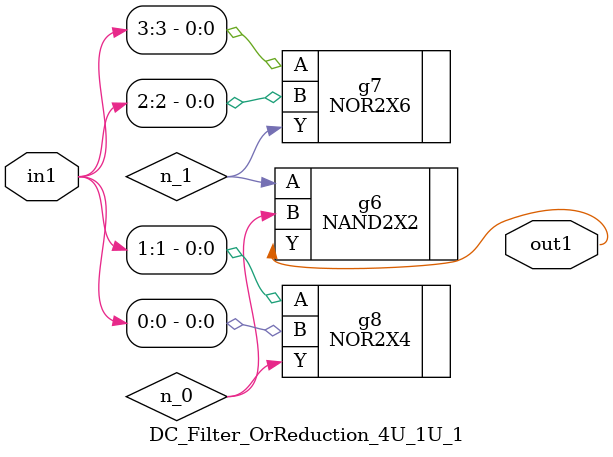
<source format=v>
`timescale 1ps / 1ps


module DC_Filter_OrReduction_4U_1U_1(in1, out1);
  input [3:0] in1;
  output out1;
  wire [3:0] in1;
  wire out1;
  wire n_0, n_1;
  NAND2X2 g6(.A (n_1), .B (n_0), .Y (out1));
  NOR2X6 g7(.A (in1[3]), .B (in1[2]), .Y (n_1));
  NOR2X4 g8(.A (in1[1]), .B (in1[0]), .Y (n_0));
endmodule



</source>
